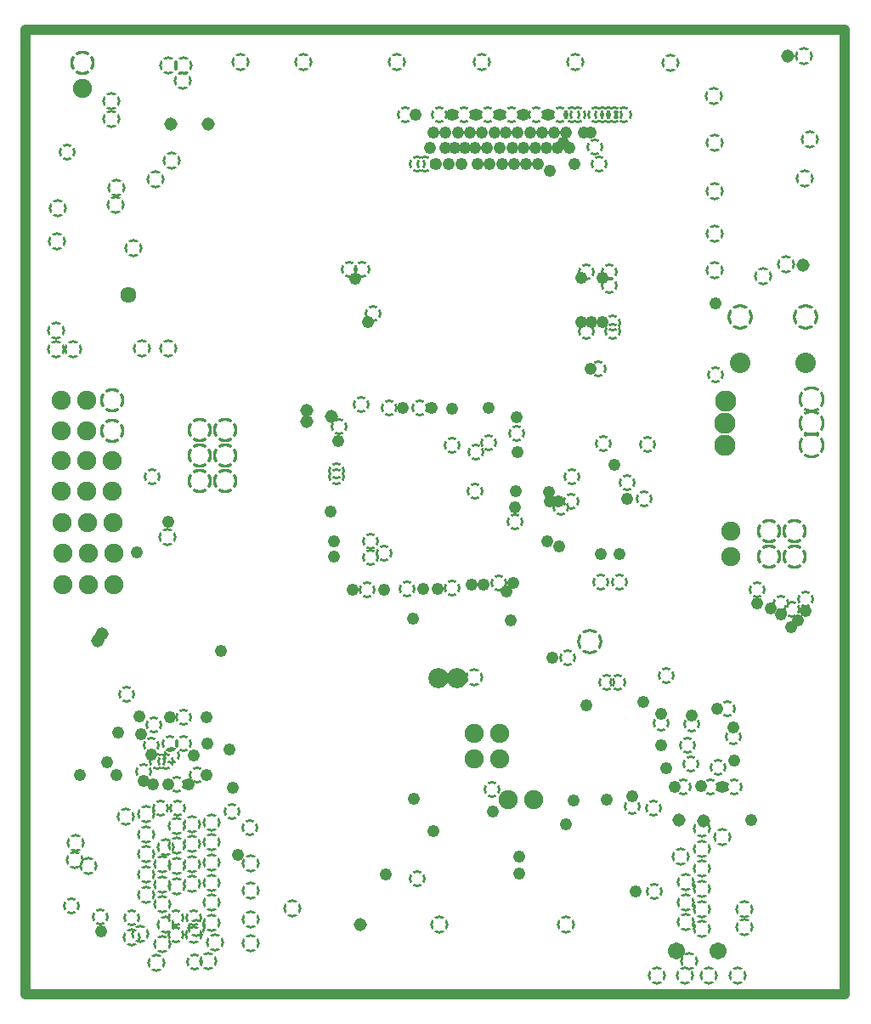
<source format=gbr>
%TF.GenerationSoftware,Altium Limited,Altium Designer,18.1.7 (191)*%
G04 Layer_Physical_Order=2*
G04 Layer_Color=32768*
%FSLAX26Y26*%
%MOIN*%
%TF.FileFunction,Copper,L2,Inr,Plane*%
%TF.Part,Single*%
G01*
G75*
%TA.AperFunction,NonConductor*%
%ADD85C,0.040000*%
%TA.AperFunction,ComponentPad*%
G04:AMPARAMS|DCode=86|XSize=95.433mil|YSize=95.433mil|CornerRadius=0mil|HoleSize=0mil|Usage=FLASHONLY|Rotation=0.000|XOffset=0mil|YOffset=0mil|HoleType=Round|Shape=Relief|Width=10mil|Gap=10mil|Entries=4|*
%AMTHD86*
7,0,0,0.095433,0.075433,0.010000,45*
%
%ADD86THD86*%
%ADD87C,0.075433*%
%TA.AperFunction,ViaPad*%
G04:AMPARAMS|DCode=88|XSize=99.37mil|YSize=99.37mil|CornerRadius=0mil|HoleSize=0mil|Usage=FLASHONLY|Rotation=0.000|XOffset=0mil|YOffset=0mil|HoleType=Round|Shape=Relief|Width=10mil|Gap=10mil|Entries=4|*
%AMTHD88*
7,0,0,0.099370,0.079370,0.010000,45*
%
%ADD88THD88*%
%ADD89C,0.079370*%
%ADD90C,0.083310*%
G04:AMPARAMS|DCode=91|XSize=103.31mil|YSize=103.31mil|CornerRadius=0mil|HoleSize=0mil|Usage=FLASHONLY|Rotation=0.000|XOffset=0mil|YOffset=0mil|HoleType=Round|Shape=Relief|Width=10mil|Gap=10mil|Entries=4|*
%AMTHD91*
7,0,0,0.103310,0.083310,0.010000,45*
%
%ADD91THD91*%
%TA.AperFunction,ComponentPad*%
%ADD92C,0.080000*%
G04:AMPARAMS|DCode=93|XSize=100mil|YSize=100mil|CornerRadius=0mil|HoleSize=0mil|Usage=FLASHONLY|Rotation=0.000|XOffset=0mil|YOffset=0mil|HoleType=Round|Shape=Relief|Width=10mil|Gap=10mil|Entries=4|*
%AMTHD93*
7,0,0,0.100000,0.080000,0.010000,45*
%
%ADD93THD93*%
%ADD94C,0.067559*%
%TA.AperFunction,ViaPad*%
G04:AMPARAMS|DCode=95|XSize=67.874mil|YSize=67.874mil|CornerRadius=0mil|HoleSize=0mil|Usage=FLASHONLY|Rotation=0.000|XOffset=0mil|YOffset=0mil|HoleType=Round|Shape=Relief|Width=10mil|Gap=10mil|Entries=4|*
%AMTHD95*
7,0,0,0.067874,0.047874,0.010000,45*
%
%ADD95THD95*%
%ADD96C,0.051811*%
%ADD97C,0.047874*%
G04:AMPARAMS|DCode=98|XSize=71.811mil|YSize=71.811mil|CornerRadius=0mil|HoleSize=0mil|Usage=FLASHONLY|Rotation=0.000|XOffset=0mil|YOffset=0mil|HoleType=Round|Shape=Relief|Width=10mil|Gap=10mil|Entries=4|*
%AMTHD98*
7,0,0,0.071811,0.051811,0.010000,45*
%
%ADD98THD98*%
%ADD99C,0.063622*%
D85*
X78504Y71535D02*
Y3856063D01*
X3291811Y3856063D01*
X3291811Y71535D01*
X78504Y71535D02*
X3291811Y71535D01*
D86*
X760748Y2285079D02*
D03*
X860748D02*
D03*
X760748Y2185079D02*
D03*
X860748D02*
D03*
X760748Y2085079D02*
D03*
X860748D02*
D03*
X418307Y2402323D02*
D03*
X417283Y2283386D02*
D03*
X2995315Y1888465D02*
D03*
X3095315D02*
D03*
X2995315Y1788465D02*
D03*
X3095315D02*
D03*
X301024Y3725472D02*
D03*
D87*
X223425Y1678150D02*
D03*
X323425D02*
D03*
X423425D02*
D03*
X222401Y1801220D02*
D03*
X322401D02*
D03*
X422401D02*
D03*
X220354Y1922165D02*
D03*
X320354D02*
D03*
X420354D02*
D03*
X318307Y2402323D02*
D03*
X218307D02*
D03*
X217283Y2283386D02*
D03*
X317283D02*
D03*
X217677Y2165197D02*
D03*
X317677D02*
D03*
X417677D02*
D03*
X416654Y2045236D02*
D03*
X316654D02*
D03*
X216654D02*
D03*
X2844291Y1788465D02*
D03*
Y1888465D02*
D03*
X1971574Y834725D02*
D03*
X2071574D02*
D03*
X1937047Y996142D02*
D03*
X1837047D02*
D03*
X1937047Y1096142D02*
D03*
X1837047D02*
D03*
X301024Y3625472D02*
D03*
D88*
X2291417Y1456890D02*
D03*
D89*
X1769449Y1314213D02*
D03*
X1696024D02*
D03*
D90*
X2822126Y2226890D02*
D03*
Y2313189D02*
D03*
X2824252Y2399331D02*
D03*
D91*
X3159016Y2226890D02*
D03*
Y2313189D02*
D03*
X3161142Y2404961D02*
D03*
D92*
X3137291Y2550449D02*
D03*
X2881291D02*
D03*
D93*
X3137291Y2728449D02*
D03*
X2881291D02*
D03*
D94*
X2793818Y241416D02*
D03*
X2630432D02*
D03*
D95*
X573583Y2103386D02*
D03*
X1295708Y2124620D02*
D03*
X737441Y372283D02*
D03*
X668268Y304842D02*
D03*
X1440787Y2743110D02*
D03*
X1397598Y2916417D02*
D03*
X1346811Y2917047D02*
D03*
X3137480Y1623189D02*
D03*
X2947913Y1657992D02*
D03*
X3085236Y1583701D02*
D03*
X3041024Y1606260D02*
D03*
X2343071Y2231968D02*
D03*
X2517008Y2230827D02*
D03*
X2178661Y1982559D02*
D03*
X2220787Y2103937D02*
D03*
X2216142Y2005000D02*
D03*
X2323504Y2527520D02*
D03*
X2379803Y2673583D02*
D03*
X2276339Y2672598D02*
D03*
X2379213Y2706969D02*
D03*
X2366220Y2853740D02*
D03*
X2366181Y2905039D02*
D03*
X2275984Y2906220D02*
D03*
X2311260Y3397087D02*
D03*
X2407638Y1689213D02*
D03*
X1615433Y3328937D02*
D03*
X1642283D02*
D03*
X1392835Y2384291D02*
D03*
X1306574Y2298558D02*
D03*
X2333937Y1689842D02*
D03*
X2327125Y3328937D02*
D03*
X1567993Y3523701D02*
D03*
X1700867D02*
D03*
X1795670D02*
D03*
X1889843D02*
D03*
X1984646D02*
D03*
X2079134D02*
D03*
X2173268D02*
D03*
X2220512D02*
D03*
X2243898D02*
D03*
X2424804D02*
D03*
X2314842D02*
D03*
X2386300D02*
D03*
X2363740D02*
D03*
X2340040D02*
D03*
X2543780Y475906D02*
D03*
X607323Y801772D02*
D03*
X751614Y932087D02*
D03*
X540749Y944488D02*
D03*
X627953Y987402D02*
D03*
X578858Y1129685D02*
D03*
X2657834Y887008D02*
D03*
X2792598Y961535D02*
D03*
X2687402Y977480D02*
D03*
X1908228Y874291D02*
D03*
X494666Y372638D02*
D03*
X956614Y726772D02*
D03*
X258268Y418819D02*
D03*
X371457Y375433D02*
D03*
X240394Y3374724D02*
D03*
X739467Y200295D02*
D03*
X669409Y895827D02*
D03*
X667402Y373150D02*
D03*
X2784272Y2501299D02*
D03*
X2762520Y886870D02*
D03*
X2402126Y1295748D02*
D03*
X474961Y1250236D02*
D03*
X594370Y986575D02*
D03*
X1484686Y1803200D02*
D03*
X1502456Y2371466D02*
D03*
X1622756Y2370906D02*
D03*
X1748898Y2227206D02*
D03*
X1842836Y2200118D02*
D03*
X2002678Y2273228D02*
D03*
X1894922Y2234724D02*
D03*
X1998504Y1926064D02*
D03*
X1418464Y1660000D02*
D03*
X1573640Y1662222D02*
D03*
X1749748Y1664232D02*
D03*
X1429448Y1849686D02*
D03*
X1430078Y1785316D02*
D03*
X2858268Y885236D02*
D03*
X1934606Y1686772D02*
D03*
X887894Y789822D02*
D03*
X651417Y1010591D02*
D03*
X1295708Y2102572D02*
D03*
X1614763Y526771D02*
D03*
X2203878Y1394154D02*
D03*
X674626Y801772D02*
D03*
X570276Y1049488D02*
D03*
X645216Y1055374D02*
D03*
X697402Y1055354D02*
D03*
X697874Y1159449D02*
D03*
X1840590Y2047362D02*
D03*
X2542087Y803268D02*
D03*
X2456818Y809410D02*
D03*
X2830040Y1192244D02*
D03*
X2854612Y1082422D02*
D03*
X2690018Y1131450D02*
D03*
X2569776Y1135892D02*
D03*
X2504803Y2016732D02*
D03*
X2590276Y1322496D02*
D03*
X2357834Y1294804D02*
D03*
X2438386Y2078661D02*
D03*
X2674056Y1048818D02*
D03*
D96*
X1180039Y2361378D02*
D03*
X359646Y1457756D02*
D03*
X378701Y1487402D02*
D03*
X1180551Y2320138D02*
D03*
X2640079Y755275D02*
D03*
X2737913Y753543D02*
D03*
X1276968Y2340787D02*
D03*
X792834Y3485906D02*
D03*
X647362Y3487204D02*
D03*
X3067480Y3752126D02*
D03*
X3126810Y2933228D02*
D03*
X1391319Y345945D02*
D03*
D97*
X396890Y981457D02*
D03*
X433721Y933042D02*
D03*
X438976Y1099803D02*
D03*
X514961Y1806890D02*
D03*
X2167716Y2006535D02*
D03*
X2338898Y2884095D02*
D03*
X2292362Y3454213D02*
D03*
X2267008D02*
D03*
X2340945Y2708386D02*
D03*
X2169679Y1827727D02*
D03*
X2134291Y3302835D02*
D03*
X2258701Y2884095D02*
D03*
X1897047Y3328937D02*
D03*
X1850118D02*
D03*
X2296732Y2708386D02*
D03*
X1421457D02*
D03*
X1369842Y2880748D02*
D03*
X2294606Y2527402D02*
D03*
X2257835Y2708386D02*
D03*
X2231929Y3328937D02*
D03*
X2209449Y3392205D02*
D03*
X2185748Y3412047D02*
D03*
X2163583Y3392205D02*
D03*
X2406850Y1799764D02*
D03*
X1960827Y3454213D02*
D03*
X1987559Y3392205D02*
D03*
X1947874Y3328937D02*
D03*
X888903Y882639D02*
D03*
X2130512Y2043425D02*
D03*
X2132835Y2005276D02*
D03*
X2196811Y3454213D02*
D03*
X1686574Y3328937D02*
D03*
X2088189D02*
D03*
X2039856D02*
D03*
X1787126D02*
D03*
X1993976D02*
D03*
X2122126Y3392205D02*
D03*
X2077677D02*
D03*
X2030827D02*
D03*
X1935512D02*
D03*
X1886220D02*
D03*
X1840079D02*
D03*
X1798819D02*
D03*
X1665039D02*
D03*
X1737441Y3328937D02*
D03*
X1723032Y3392205D02*
D03*
X1760197D02*
D03*
X2151063Y3454213D02*
D03*
X2102756D02*
D03*
X2057008D02*
D03*
X2008071D02*
D03*
X1915827D02*
D03*
X1865551D02*
D03*
X1819134D02*
D03*
X1772520D02*
D03*
X1724961D02*
D03*
X1676771D02*
D03*
X2123189Y1847913D02*
D03*
X1305138Y2242794D02*
D03*
X2334252Y1798723D02*
D03*
X2386575Y2147598D02*
D03*
X2438058Y2014902D02*
D03*
X2126299Y3523701D02*
D03*
X2032126D02*
D03*
X1937126D02*
D03*
X1843543D02*
D03*
X1607283D02*
D03*
X1748818D02*
D03*
X2278346Y1205264D02*
D03*
X2470905Y477047D02*
D03*
X524921Y1163740D02*
D03*
X716496Y895827D02*
D03*
X577087D02*
D03*
X542008Y910118D02*
D03*
X291989Y932579D02*
D03*
X2623386Y886812D02*
D03*
X2727678Y887618D02*
D03*
X2591654Y960708D02*
D03*
X1909134Y790079D02*
D03*
X2014763Y611771D02*
D03*
X1678464Y713425D02*
D03*
X1601378Y840749D02*
D03*
X373425Y318150D02*
D03*
X2948150Y1604882D02*
D03*
X3041142Y1561535D02*
D03*
X3106260Y1540630D02*
D03*
X3136418Y1575846D02*
D03*
X3079016Y1513701D02*
D03*
X2198740Y739012D02*
D03*
X1274488Y1964488D02*
D03*
X1636299Y1662480D02*
D03*
X1826653Y1680158D02*
D03*
X1874764Y1680827D02*
D03*
X1991898Y1686268D02*
D03*
X3000787Y1585591D02*
D03*
X1597835Y1544803D02*
D03*
X785754Y932087D02*
D03*
X876497Y1032361D02*
D03*
X2785433Y2783937D02*
D03*
X737284Y1008268D02*
D03*
X531260Y1092835D02*
D03*
X1482244Y1658268D02*
D03*
X1555840Y2370954D02*
D03*
X1672048Y2371930D02*
D03*
X1750670Y2369686D02*
D03*
X2006576Y2200512D02*
D03*
X2003582Y2335670D02*
D03*
X1893700Y2372874D02*
D03*
X2000276Y2046950D02*
D03*
X1998504Y1983386D02*
D03*
X1361850Y1660708D02*
D03*
X1693728Y1662974D02*
D03*
X1287992Y1787638D02*
D03*
Y1847716D02*
D03*
X2857722Y990758D02*
D03*
X2810068Y886006D02*
D03*
X845354Y1417854D02*
D03*
X1962638Y1653426D02*
D03*
X1981063Y1539961D02*
D03*
X2924332Y756812D02*
D03*
X2144824Y1394154D02*
D03*
X637008Y1926378D02*
D03*
X2013977Y546259D02*
D03*
X1490551Y542283D02*
D03*
X645216Y1159449D02*
D03*
X786752D02*
D03*
X791339Y1055354D02*
D03*
X636339Y895827D02*
D03*
X570433Y1013032D02*
D03*
X909055Y617756D02*
D03*
X2791654Y1192048D02*
D03*
X2854434Y1117942D02*
D03*
X2689474Y1166862D02*
D03*
X2571124Y1048020D02*
D03*
X2570072Y1171268D02*
D03*
X2456930Y849764D02*
D03*
X2500384Y1219960D02*
D03*
X2228307Y833461D02*
D03*
X2356968Y834444D02*
D03*
D98*
X2668714Y511857D02*
D03*
Y433117D02*
D03*
Y354377D02*
D03*
X2680711Y201624D02*
D03*
X2730184Y328797D02*
D03*
Y407537D02*
D03*
Y486277D02*
D03*
Y565018D02*
D03*
Y643758D02*
D03*
Y722498D02*
D03*
X747060Y332818D02*
D03*
X793027Y201721D02*
D03*
X820542Y275498D02*
D03*
X808531Y353316D02*
D03*
Y432056D02*
D03*
Y510796D02*
D03*
Y589536D02*
D03*
Y668277D02*
D03*
Y747017D02*
D03*
X669599Y733011D02*
D03*
Y654271D02*
D03*
Y575531D02*
D03*
Y496791D02*
D03*
X731069Y504557D02*
D03*
Y583297D02*
D03*
Y662037D02*
D03*
Y740777D02*
D03*
X551489Y778841D02*
D03*
Y700100D02*
D03*
Y621360D02*
D03*
Y542620D02*
D03*
Y463880D02*
D03*
X494115Y295901D02*
D03*
X591169Y194331D02*
D03*
X612959Y269996D02*
D03*
X628594Y347168D02*
D03*
X612959Y424340D02*
D03*
Y503080D02*
D03*
Y581821D02*
D03*
X2198425Y345945D02*
D03*
X325414Y575084D02*
D03*
X533846Y2606220D02*
D03*
X2646850Y612520D02*
D03*
X2758662Y147166D02*
D03*
X2553938D02*
D03*
X2664174D02*
D03*
X2868898D02*
D03*
X3153110Y3425433D02*
D03*
X1124016Y409598D02*
D03*
X960276Y271890D02*
D03*
Y366850D02*
D03*
Y480512D02*
D03*
Y586811D02*
D03*
X1837756Y1315433D02*
D03*
X919724Y3729095D02*
D03*
X2608150Y3725787D02*
D03*
X2234173Y3730276D02*
D03*
X1867992Y3729134D02*
D03*
X1535433D02*
D03*
X1165945D02*
D03*
X2969547Y2889468D02*
D03*
X2779291Y2911575D02*
D03*
X2779705Y3054941D02*
D03*
Y3223602D02*
D03*
Y3411358D02*
D03*
X2778642Y3594862D02*
D03*
X271890Y599252D02*
D03*
X264842Y2601024D02*
D03*
X196024D02*
D03*
X197520Y2675669D02*
D03*
X201220Y3024921D02*
D03*
X202795Y3157284D02*
D03*
X693780Y3657165D02*
D03*
X636969Y3714448D02*
D03*
X695827Y3714409D02*
D03*
X636024Y2606102D02*
D03*
X737992Y306832D02*
D03*
X3062056Y2935148D02*
D03*
X502126Y3000472D02*
D03*
X432086Y3167756D02*
D03*
X432834Y3236536D02*
D03*
X412598Y3505000D02*
D03*
X2809764Y688622D02*
D03*
X2897678Y404764D02*
D03*
X472028Y770492D02*
D03*
X3131654Y3751418D02*
D03*
X588662Y3269764D02*
D03*
X651378Y3342480D02*
D03*
X415078Y3575276D02*
D03*
X2897756Y336182D02*
D03*
X3133130Y3273878D02*
D03*
X634370Y1864291D02*
D03*
X272598Y666654D02*
D03*
X626300Y649449D02*
D03*
X1700677Y345945D02*
D03*
X526496Y307638D02*
D03*
D99*
X481457Y2817126D02*
D03*
%TF.MD5,ae41cf6963720f0f1f31f8b5999dd877*%
M02*

</source>
